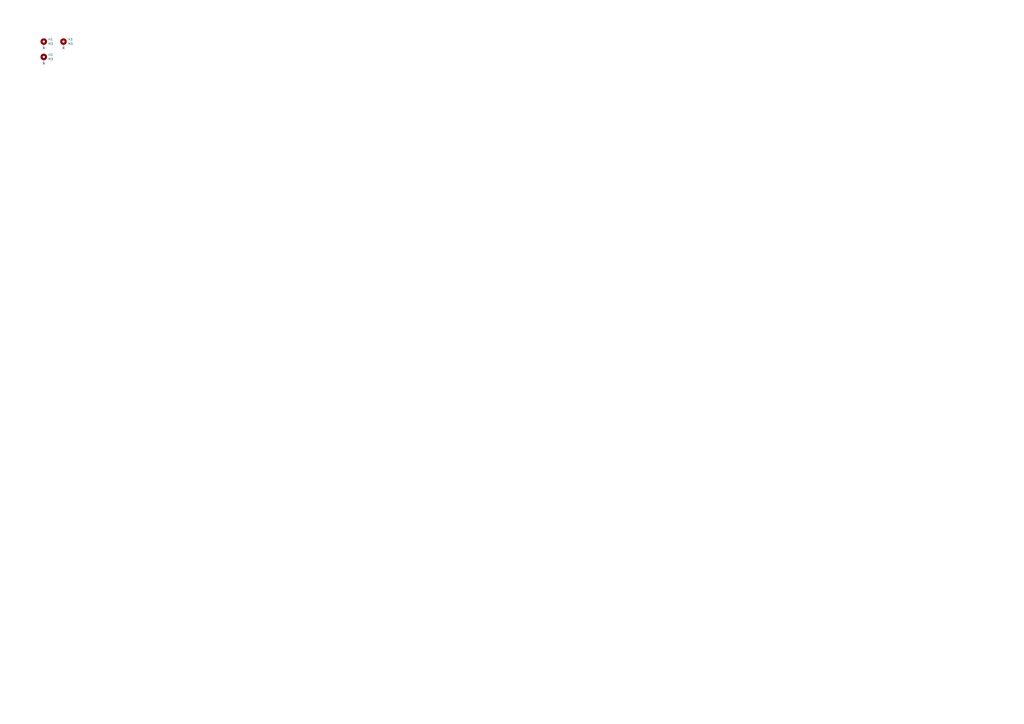
<source format=kicad_sch>
(kicad_sch (version 20231120) (generator "eeschema") (generator_version "8.0")
  (paper "A2")
  (title_block (title "Kicker") (date "2024-12-04") (rev "4.0") (company "The A-Team (RC SSL)") (comment 1 "W. Stuckey"))
  (lib_symbols
    (symbol "Mechanical:MountingHole_Pad" (pin_numbers hide) (pin_names (offset 1.016) hide) (exclude_from_sim yes) (in_bom no)
      (property "Reference" "H" (at 0 6.35 0))
      (property "Value" "MountingHole_Pad" (at 0 4.445 0))
      (symbol "MountingHole_Pad_0_1"
        (circle (center 0 1.27) (radius 1.27) (stroke (width 1.27)))
      )
      (symbol "MountingHole_Pad_1_1"
        (pin input line (at 0 -2.54 90) (length 2.54) (name "1") (number "1"))
      )
    )
  )
  (no_connect (at 25.4 36.83))
  (no_connect (at 36.83 27.94))
  (no_connect (at 25.4 27.94))
  (symbol (lib_id "Mechanical:MountingHole_Pad") (at 36.83 25.4 0) (unit 1) (exclude_from_sim yes) (in_bom no)
    (property "Reference" "H3" (at 39.37 22.8599 0) (effects (justify left)))
    (property "Value" "M3" (at 39.37 25.3999 0) (effects (justify left)))
    (property "Footprint" "MountingHole:MountingHole_3.2mm_M3_Pad" (effects (hide yes)))
    (property "Description" "Mounting Hole with connection" (effects (hide yes)))
  )
  (symbol (lib_id "Mechanical:MountingHole_Pad") (at 25.4 25.4 0) (unit 1) (exclude_from_sim yes) (in_bom no)
    (property "Reference" "H1" (at 27.94 22.8599 0) (effects (justify left)))
    (property "Value" "M3" (at 27.94 25.3999 0) (effects (justify left)))
    (property "Footprint" "MountingHole:MountingHole_3.2mm_M3_Pad" (effects (hide yes)))
    (property "Description" "Mounting Hole with connection" (effects (hide yes)))
  )
  (symbol (lib_id "Mechanical:MountingHole_Pad") (at 25.4 34.29 0) (unit 1) (exclude_from_sim yes) (in_bom no)
    (property "Reference" "H2" (at 27.94 31.7499 0) (effects (justify left)))
    (property "Value" "M3" (at 27.94 34.2899 0) (effects (justify left)))
    (property "Footprint" "MountingHole:MountingHole_3.2mm_M3_Pad" (effects (hide yes)))
    (property "Description" "Mounting Hole with connection" (effects (hide yes)))
  )
)
</source>
